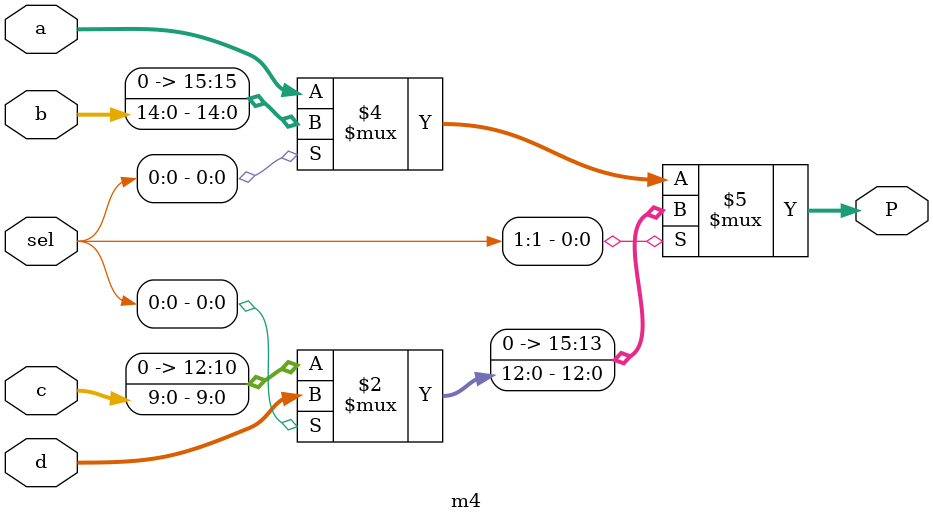
<source format=v>
`timescale 1ns / 1ps
module m4(
input [15:0] a,  
input [14:0] b,
input [9:0] c,
input [12:0] d,
input [1:0] sel,
output [15:0]P
);

assign P = sel[1] ? (sel[0]? d: c): (sel[0] ? b: a);
endmodule
</source>
